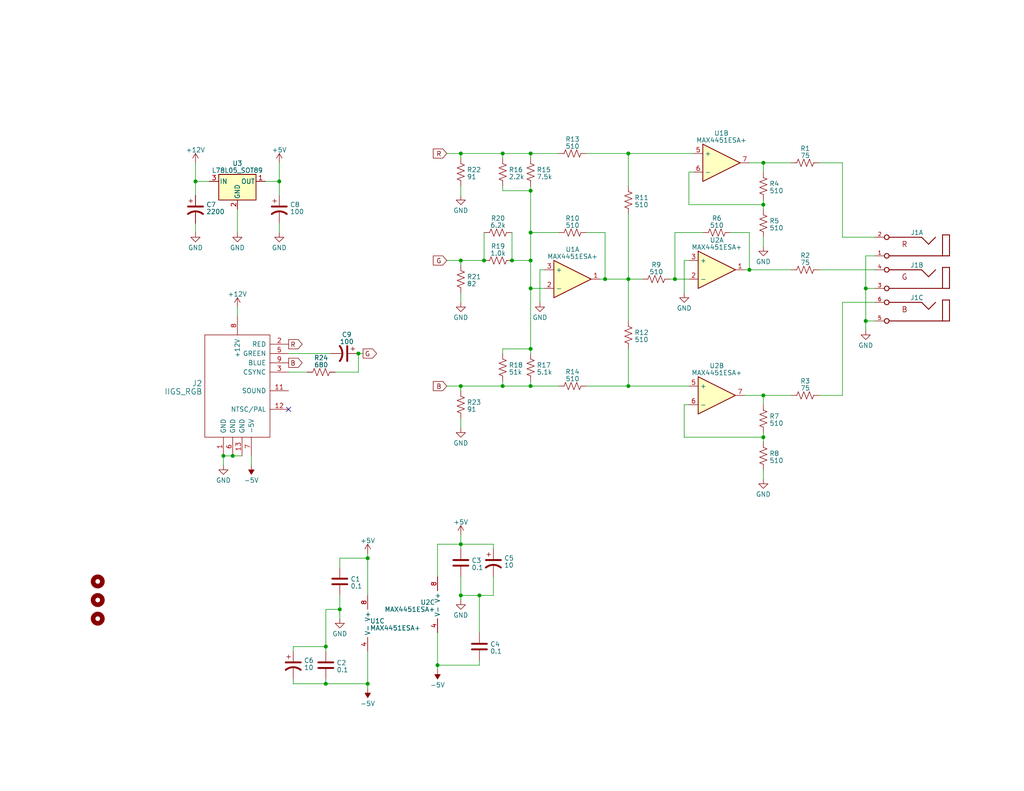
<source format=kicad_sch>
(kicad_sch (version 20230121) (generator eeschema)
  (paper "USLetter")
  (lib_symbols
    (symbol "Device:C" (pin_numbers hide) (pin_names (offset 0.254))
      (property "Reference" "C" (at 0.635 2.54 0))
      (property "Value" "C" (at 0.635 -2.54 0))
      (symbol "C_0_1"
        (polyline (pts (xy -2.032 -0.762) (xy 2.032 -0.762)) (stroke (width 0.508)))
        (polyline (pts (xy -2.032 0.762) (xy 2.032 0.762)) (stroke (width 0.508)))
      )
      (symbol "C_1_1"
        (pin passive line (at 0 3.81 270) (length 2.794) (name "~") (number "1"))
        (pin passive line (at 0 -3.81 90) (length 2.794) (name "~") (number "2"))
      )
    )
    (symbol "Device:C_Polarized_US" (pin_numbers hide) (pin_names (offset 0.254) hide)
      (property "Reference" "C" (at 0.635 2.54 0))
      (property "Value" "C_Polarized_US" (at 0.635 -2.54 0))
      (symbol "C_Polarized_US_0_1"
        (polyline (pts (xy -2.032 0.762) (xy 2.032 0.762)) (stroke (width 0.508)))
        (polyline (pts (xy -1.778 2.286) (xy -0.762 2.286)))
        (polyline (pts (xy -1.27 1.778) (xy -1.27 2.794)))
        (arc (start 2.032 -1.27) (mid 0 -0.5572) (end -2.032 -1.27) (stroke (width 0.508)))
      )
      (symbol "C_Polarized_US_1_1"
        (pin passive line (at 0 3.81 270) (length 2.794) (name "~") (number "1"))
        (pin passive line (at 0 -3.81 90) (length 3.302) (name "~") (number "2"))
      )
    )
    (symbol "Device:R_US" (pin_numbers hide) (pin_names (offset 0))
      (property "Reference" "R" (at 2.54 0 90))
      (property "Value" "R_US" (at -2.54 0 90))
      (symbol "R_US_0_1"
        (polyline (pts (xy 0 -2.286) (xy 0 -2.54)))
        (polyline (pts (xy 0 2.286) (xy 0 2.54)))
        (polyline (pts (xy 0 -0.762) (xy 1.016 -1.143) (xy 0 -1.524) (xy -1.016 -1.905) (xy 0 -2.286)))
        (polyline (pts (xy 0 0.762) (xy 1.016 0.381) (xy 0 0) (xy -1.016 -0.381) (xy 0 -0.762)))
        (polyline (pts (xy 0 2.286) (xy 1.016 1.905) (xy 0 1.524) (xy -1.016 1.143) (xy 0 0.762)))
      )
      (symbol "R_US_1_1"
        (pin passive line (at 0 3.81 270) (length 1.27) (name "~") (number "1"))
        (pin passive line (at 0 -3.81 90) (length 1.27) (name "~") (number "2"))
      )
    )
    (symbol "Mechanical:MountingHole" (pin_names (offset 1.016))
      (property "Reference" "H" (at 0 5.08 0))
      (property "Value" "MountingHole" (at 0 3.175 0))
      (symbol "MountingHole_0_1"
        (circle (center 0 0) (radius 1.27) (stroke (width 1.27)))
      )
    )
    (symbol "RCJ-32265_1" (pin_names (offset 1.016))
      (property "Reference" "J3" (at 0.0055 6.1829 0))
      (property "Value" "RCJ-32265" (at 0.0055 4.2619 0))
      (symbol "RCJ-32265_1_1_0"
        (polyline (pts (xy -8.889 -2.54) (xy 7.608 -2.54)) (stroke (width 0.25)))
        (polyline (pts (xy -8.889 3.175) (xy -8.889 -2.54)) (stroke (width 0.25)))
        (polyline (pts (xy -8.889 3.175) (xy -6.984 3.175)) (stroke (width 0.25)))
        (polyline (pts (xy -6.984 3.175) (xy -6.984 -2.54)) (stroke (width 0.25)))
        (polyline (pts (xy -5.079 2.54) (xy -3.174 0.635)) (stroke (width 0.25)))
        (polyline (pts (xy -3.174 0.635) (xy -1.269 2.54)) (stroke (width 0.25)))
        (polyline (pts (xy -1.269 2.54) (xy 7.608 2.54)) (stroke (width 0.25)))
        (circle (center 8.243 -2.54) (radius 0.635) (stroke (width 0.25)))
        (circle (center 8.243 2.54) (radius 0.635) (stroke (width 0.25)))
        (text "R" (at 2.54 1.479 0) (effects (font (size 1.48 1.48)) (justify left top)))
        (pin passive line (at 11.43 -2.54 180) (length 2.54) (name "~") (number "1"))
        (pin passive line (at 11.43 2.54 180) (length 2.54) (name "~") (number "2"))
      )
      (symbol "RCJ-32265_1_2_0"
        (polyline (pts (xy -8.89 -2.54) (xy 7.608 -2.54)) (stroke (width 0.25)))
        (polyline (pts (xy -8.89 3.175) (xy -8.89 -2.54)) (stroke (width 0.25)))
        (polyline (pts (xy -8.89 3.175) (xy -6.984 3.175)) (stroke (width 0.25)))
        (polyline (pts (xy -6.984 3.175) (xy -6.984 -2.54)) (stroke (width 0.25)))
        (polyline (pts (xy -5.08 2.54) (xy -3.175 0.635)) (stroke (width 0.25)))
        (polyline (pts (xy -3.175 0.635) (xy -1.27 2.54)) (stroke (width 0.25)))
        (polyline (pts (xy -1.27 2.54) (xy 7.608 2.54)) (stroke (width 0.25)))
        (circle (center 8.243 -2.54) (radius 0.635) (stroke (width 0.25)))
        (circle (center 8.243 2.54) (radius 0.635) (stroke (width 0.25)))
        (text "G" (at 2.54 1.479 0) (effects (font (size 1.48 1.48)) (justify left top)))
        (pin passive line (at 11.43 -2.54 180) (length 2.54) (name "~") (number "3"))
        (pin passive line (at 11.43 2.54 180) (length 2.54) (name "~") (number "4"))
      )
      (symbol "RCJ-32265_1_3_0"
        (polyline (pts (xy -8.89 -2.54) (xy 7.608 -2.54)) (stroke (width 0.25)))
        (polyline (pts (xy -8.89 3.175) (xy -8.89 -2.54)) (stroke (width 0.25)))
        (polyline (pts (xy -8.89 3.175) (xy -6.984 3.175)) (stroke (width 0.25)))
        (polyline (pts (xy -6.984 3.175) (xy -6.984 -2.54)) (stroke (width 0.25)))
        (polyline (pts (xy -5.08 2.54) (xy -3.175 0.635)) (stroke (width 0.25)))
        (polyline (pts (xy -3.175 0.635) (xy -1.27 2.54)) (stroke (width 0.25)))
        (polyline (pts (xy -1.27 2.54) (xy 7.608 2.54)) (stroke (width 0.25)))
        (circle (center 8.243 -2.54) (radius 0.635) (stroke (width 0.25)))
        (circle (center 8.243 2.54) (radius 0.635) (stroke (width 0.25)))
        (text "B" (at 2.54 1.479 0) (effects (font (size 1.48 1.48)) (justify left top)))
        (pin passive line (at 11.43 -2.54 180) (length 2.54) (name "~") (number "5"))
        (pin passive line (at 11.43 2.54 180) (length 2.54) (name "~") (number "6"))
      )
    )
    (symbol "RCJ-32265_2" (pin_names (offset 1.016))
      (property "Reference" "J3" (at 0.0055 6.1829 0))
      (property "Value" "RCJ-32265" (at 0.0055 4.2619 0))
      (symbol "RCJ-32265_2_1_0"
        (polyline (pts (xy -8.889 -2.54) (xy 7.608 -2.54)) (stroke (width 0.25)))
        (polyline (pts (xy -8.889 3.175) (xy -8.889 -2.54)) (stroke (width 0.25)))
        (polyline (pts (xy -8.889 3.175) (xy -6.984 3.175)) (stroke (width 0.25)))
        (polyline (pts (xy -6.984 3.175) (xy -6.984 -2.54)) (stroke (width 0.25)))
        (polyline (pts (xy -5.079 2.54) (xy -3.174 0.635)) (stroke (width 0.25)))
        (polyline (pts (xy -3.174 0.635) (xy -1.269 2.54)) (stroke (width 0.25)))
        (polyline (pts (xy -1.269 2.54) (xy 7.608 2.54)) (stroke (width 0.25)))
        (circle (center 8.243 -2.54) (radius 0.635) (stroke (width 0.25)))
        (circle (center 8.243 2.54) (radius 0.635) (stroke (width 0.25)))
        (text "R" (at 2.54 1.479 0) (effects (font (size 1.48 1.48)) (justify left top)))
        (pin passive line (at 11.43 -2.54 180) (length 2.54) (name "~") (number "1"))
        (pin passive line (at 11.43 2.54 180) (length 2.54) (name "~") (number "2"))
      )
      (symbol "RCJ-32265_2_2_0"
        (polyline (pts (xy -8.89 -2.54) (xy 7.608 -2.54)) (stroke (width 0.25)))
        (polyline (pts (xy -8.89 3.175) (xy -8.89 -2.54)) (stroke (width 0.25)))
        (polyline (pts (xy -8.89 3.175) (xy -6.984 3.175)) (stroke (width 0.25)))
        (polyline (pts (xy -6.984 3.175) (xy -6.984 -2.54)) (stroke (width 0.25)))
        (polyline (pts (xy -5.08 2.54) (xy -3.175 0.635)) (stroke (width 0.25)))
        (polyline (pts (xy -3.175 0.635) (xy -1.27 2.54)) (stroke (width 0.25)))
        (polyline (pts (xy -1.27 2.54) (xy 7.608 2.54)) (stroke (width 0.25)))
        (circle (center 8.243 -2.54) (radius 0.635) (stroke (width 0.25)))
        (circle (center 8.243 2.54) (radius 0.635) (stroke (width 0.25)))
        (text "G" (at 2.54 1.479 0) (effects (font (size 1.48 1.48)) (justify left top)))
        (pin passive line (at 11.43 -2.54 180) (length 2.54) (name "~") (number "3"))
        (pin passive line (at 11.43 2.54 180) (length 2.54) (name "~") (number "4"))
      )
      (symbol "RCJ-32265_2_3_0"
        (polyline (pts (xy -8.89 -2.54) (xy 7.608 -2.54)) (stroke (width 0.25)))
        (polyline (pts (xy -8.89 3.175) (xy -8.89 -2.54)) (stroke (width 0.25)))
        (polyline (pts (xy -8.89 3.175) (xy -6.984 3.175)) (stroke (width 0.25)))
        (polyline (pts (xy -6.984 3.175) (xy -6.984 -2.54)) (stroke (width 0.25)))
        (polyline (pts (xy -5.08 2.54) (xy -3.175 0.635)) (stroke (width 0.25)))
        (polyline (pts (xy -3.175 0.635) (xy -1.27 2.54)) (stroke (width 0.25)))
        (polyline (pts (xy -1.27 2.54) (xy 7.608 2.54)) (stroke (width 0.25)))
        (circle (center 8.243 -2.54) (radius 0.635) (stroke (width 0.25)))
        (circle (center 8.243 2.54) (radius 0.635) (stroke (width 0.25)))
        (text "B" (at 2.54 1.479 0) (effects (font (size 1.48 1.48)) (justify left top)))
        (pin passive line (at 11.43 -2.54 180) (length 2.54) (name "~") (number "5"))
        (pin passive line (at 11.43 2.54 180) (length 2.54) (name "~") (number "6"))
      )
    )
    (symbol "Regulator_Linear:L78L05_SOT89" (pin_names (offset 0.254))
      (property "Reference" "U" (at -3.81 3.175 0))
      (property "Value" "L78L05_SOT89" (at -0.635 3.175 0))
      (symbol "L78L05_SOT89_0_1"
        (rectangle (start -5.08 1.905) (end 5.08 -5.08) (stroke (width 0.254)) (fill (type background)))
      )
      (symbol "L78L05_SOT89_1_1"
        (pin power_out line (at 7.62 0 180) (length 2.54) (name "OUT") (number "1"))
        (pin power_in line (at 0 -7.62 90) (length 2.54) (name "GND") (number "2"))
        (pin power_in line (at -7.62 0 0) (length 2.54) (name "IN") (number "3"))
      )
    )
    (symbol "apple2:IIGS_RGB" (pin_names (offset 1.016))
      (property "Reference" "J" (at -7.62 15.24 0))
      (property "Value" "IIGS_RGB" (at 9.525 -15.875 0))
      (symbol "IIGS_RGB_0_1"
        (rectangle (start 8.89 13.97) (end -8.89 -13.97))
      )
      (symbol "IIGS_RGB_1_1"
        (pin passive line (at -3.81 -19.05 90) (length 5.08) (name "GND") (number "1"))
        (pin no_connect line (at 13.97 -3.81 180) (length 5.08) hide (name "NC") (number "10"))
        (pin passive line (at 13.97 -1.27 180) (length 5.08) (name "SOUND") (number "11"))
        (pin passive line (at 13.97 -6.35 180) (length 5.08) (name "NTSC/PAL") (number "12"))
        (pin passive line (at 1.27 -19.05 90) (length 5.08) (name "GND") (number "13"))
        (pin no_connect line (at 13.97 -8.89 180) (length 5.08) hide (name "NC") (number "14"))
        (pin no_connect line (at 13.97 -11.43 180) (length 5.08) hide (name "NC") (number "15"))
        (pin passive line (at 13.97 11.43 180) (length 5.08) (name "RED") (number "2"))
        (pin passive line (at 13.97 3.81 180) (length 5.08) (name "CSYNC") (number "3"))
        (pin no_connect line (at 13.97 1.27 180) (length 5.08) hide (name "NC") (number "4"))
        (pin passive line (at 13.97 8.89 180) (length 5.08) (name "GREEN") (number "5"))
        (pin passive line (at -1.27 -19.05 90) (length 5.08) (name "GND") (number "6"))
        (pin passive line (at 3.81 -19.05 90) (length 5.08) (name "-5V") (number "7"))
        (pin passive line (at 0 19.05 270) (length 5.08) (name "+12V") (number "8"))
        (pin passive line (at 13.97 6.35 180) (length 5.08) (name "BLUE") (number "9"))
      )
    )
    (symbol "cui-rcj-32xxx-snapeda:RCJ-32265" (pin_names (offset 1.016))
      (property "Reference" "J3" (at 0.0055 6.1829 0))
      (property "Value" "RCJ-32265" (at 0.0055 4.2619 0))
      (symbol "RCJ-32265_1_0"
        (polyline (pts (xy -8.889 -2.54) (xy 7.608 -2.54)) (stroke (width 0.25)))
        (polyline (pts (xy -8.889 3.175) (xy -8.889 -2.54)) (stroke (width 0.25)))
        (polyline (pts (xy -8.889 3.175) (xy -6.984 3.175)) (stroke (width 0.25)))
        (polyline (pts (xy -6.984 3.175) (xy -6.984 -2.54)) (stroke (width 0.25)))
        (polyline (pts (xy -5.079 2.54) (xy -3.174 0.635)) (stroke (width 0.25)))
        (polyline (pts (xy -3.174 0.635) (xy -1.269 2.54)) (stroke (width 0.25)))
        (polyline (pts (xy -1.269 2.54) (xy 7.608 2.54)) (stroke (width 0.25)))
        (circle (center 8.243 -2.54) (radius 0.635) (stroke (width 0.25)))
        (circle (center 8.243 2.54) (radius 0.635) (stroke (width 0.25)))
        (text "R" (at 2.54 1.479 0) (effects (font (size 1.48 1.48)) (justify left top)))
        (pin passive line (at 11.43 -2.54 180) (length 2.54) (name "~") (number "1"))
        (pin passive line (at 11.43 2.54 180) (length 2.54) (name "~") (number "2"))
      )
      (symbol "RCJ-32265_2_0"
        (polyline (pts (xy -8.89 -2.54) (xy 7.608 -2.54)) (stroke (width 0.25)))
        (polyline (pts (xy -8.89 3.175) (xy -8.89 -2.54)) (stroke (width 0.25)))
        (polyline (pts (xy -8.89 3.175) (xy -6.984 3.175)) (stroke (width 0.25)))
        (polyline (pts (xy -6.984 3.175) (xy -6.984 -2.54)) (stroke (width 0.25)))
        (polyline (pts (xy -5.08 2.54) (xy -3.175 0.635)) (stroke (width 0.25)))
        (polyline (pts (xy -3.175 0.635) (xy -1.27 2.54)) (stroke (width 0.25)))
        (polyline (pts (xy -1.27 2.54) (xy 7.608 2.54)) (stroke (width 0.25)))
        (circle (center 8.243 -2.54) (radius 0.635) (stroke (width 0.25)))
        (circle (center 8.243 2.54) (radius 0.635) (stroke (width 0.25)))
        (text "G" (at 2.54 1.479 0) (effects (font (size 1.48 1.48)) (justify left top)))
        (pin passive line (at 11.43 -2.54 180) (length 2.54) (name "~") (number "3"))
        (pin passive line (at 11.43 2.54 180) (length 2.54) (name "~") (number "4"))
      )
      (symbol "RCJ-32265_3_0"
        (polyline (pts (xy -8.89 -2.54) (xy 7.608 -2.54)) (stroke (width 0.25)))
        (polyline (pts (xy -8.89 3.175) (xy -8.89 -2.54)) (stroke (width 0.25)))
        (polyline (pts (xy -8.89 3.175) (xy -6.984 3.175)) (stroke (width 0.25)))
        (polyline (pts (xy -6.984 3.175) (xy -6.984 -2.54)) (stroke (width 0.25)))
        (polyline (pts (xy -5.08 2.54) (xy -3.175 0.635)) (stroke (width 0.25)))
        (polyline (pts (xy -3.175 0.635) (xy -1.27 2.54)) (stroke (width 0.25)))
        (polyline (pts (xy -1.27 2.54) (xy 7.608 2.54)) (stroke (width 0.25)))
        (circle (center 8.243 -2.54) (radius 0.635) (stroke (width 0.25)))
        (circle (center 8.243 2.54) (radius 0.635) (stroke (width 0.25)))
        (text "B" (at 2.54 1.479 0) (effects (font (size 1.48 1.48)) (justify left top)))
        (pin passive line (at 11.43 -2.54 180) (length 2.54) (name "~") (number "5"))
        (pin passive line (at 11.43 2.54 180) (length 2.54) (name "~") (number "6"))
      )
    )
    (symbol "opamp:MAX4451ESA+"
      (property "Reference" "U" (at 0 5.08 0))
      (property "Value" "MAX4451ESA+" (at 0 -5.08 0))
      (symbol "MAX4451ESA+_1_1"
        (polyline (pts (xy -5.08 5.08) (xy 5.08 0) (xy -5.08 -5.08) (xy -5.08 5.08)) (stroke (width 0.254)) (fill (type background)))
        (pin output line (at 7.62 0 180) (length 2.54) (name "~") (number "1"))
        (pin input line (at -7.62 -2.54 0) (length 2.54) (name "-") (number "2"))
        (pin input line (at -7.62 2.54 0) (length 2.54) (name "+") (number "3"))
      )
      (symbol "MAX4451ESA+_2_1"
        (polyline (pts (xy -5.08 5.08) (xy 5.08 0) (xy -5.08 -5.08) (xy -5.08 5.08)) (stroke (width 0.254)) (fill (type background)))
        (pin input line (at -7.62 2.54 0) (length 2.54) (name "+") (number "5"))
        (pin input line (at -7.62 -2.54 0) (length 2.54) (name "-") (number "6"))
        (pin output line (at 7.62 0 180) (length 2.54) (name "~") (number "7"))
      )
      (symbol "MAX4451ESA+_3_1"
        (pin power_in line (at -2.54 -7.62 90) (length 3.81) (name "V-") (number "4"))
        (pin power_in line (at -2.54 7.62 270) (length 3.81) (name "V+") (number "8"))
      )
    )
    (symbol "power:+12V" (power) (pin_names (offset 0))
      (property "Value" "+12V" (at 0 3.556 0))
      (symbol "+12V_0_1"
        (polyline (pts (xy -0.762 1.27) (xy 0 2.54)))
        (polyline (pts (xy 0 0) (xy 0 2.54)))
        (polyline (pts (xy 0 2.54) (xy 0.762 1.27)))
      )
      (symbol "+12V_1_1"
        (pin power_in line (at 0 0 90) (length 0) hide (name "+12V") (number "1"))
      )
    )
    (symbol "power:+5V" (power) (pin_names (offset 0))
      (property "Value" "+5V" (at 0 3.556 0))
      (symbol "+5V_0_1"
        (polyline (pts (xy -0.762 1.27) (xy 0 2.54)))
        (polyline (pts (xy 0 0) (xy 0 2.54)))
        (polyline (pts (xy 0 2.54) (xy 0.762 1.27)))
      )
      (symbol "+5V_1_1"
        (pin power_in line (at 0 0 90) (length 0) hide (name "+5V") (number "1"))
      )
    )
    (symbol "power:-5V" (power) (pin_names (offset 0))
      (property "Value" "-5V" (at 0 3.81 0))
      (symbol "-5V_0_0"
        (pin power_in line (at 0 0 90) (length 0) hide (name "-5V") (number "1"))
      )
      (symbol "-5V_0_1"
        (polyline (pts (xy 0 0) (xy 0 1.27) (xy 0.762 1.27) (xy 0 2.54) (xy -0.762 1.27) (xy 0 1.27)) (fill (type outline)))
      )
    )
    (symbol "power:GND" (power) (pin_names (offset 0))
      (property "Value" "GND" (at 0 -3.81 0))
      (symbol "GND_0_1"
        (polyline (pts (xy 0 0) (xy 0 -1.27) (xy 1.27 -1.27) (xy 0 -2.54) (xy -1.27 -1.27) (xy 0 -1.27)))
      )
      (symbol "GND_1_1"
        (pin power_in line (at 0 0 270) (length 0) hide (name "GND") (number "1"))
      )
    )
  )
  (junction (at 92.71 166.37))
  (junction (at 236.22 78.74))
  (junction (at 97.79 96.52))
  (junction (at 171.45 41.91))
  (junction (at 132.08 71.12))
  (junction (at 144.78 105.41))
  (junction (at 88.9 186.69))
  (junction (at 208.28 119.38))
  (junction (at 53.34 49.53))
  (junction (at 76.2 49.53))
  (junction (at 60.96 124.46))
  (junction (at 63.5 124.46))
  (junction (at 125.73 41.91))
  (junction (at 130.81 162.56))
  (junction (at 144.78 63.5))
  (junction (at 100.33 186.69))
  (junction (at 125.73 105.41))
  (junction (at 137.16 41.91))
  (junction (at 144.78 95.25))
  (junction (at 171.45 105.41))
  (junction (at 171.45 76.2))
  (junction (at 125.73 162.56))
  (junction (at 139.7 71.12))
  (junction (at 236.22 87.63))
  (junction (at 144.78 71.12))
  (junction (at 100.33 152.4))
  (junction (at 125.73 148.59))
  (junction (at 208.28 44.45))
  (junction (at 119.38 181.61))
  (junction (at 88.9 176.53))
  (junction (at 137.16 105.41))
  (junction (at 144.78 41.91))
  (junction (at 208.28 55.88))
  (junction (at 144.78 78.74))
  (junction (at 204.47 73.66))
  (junction (at 184.15 76.2))
  (junction (at 165.1 76.2))
  (junction (at 125.73 71.12))
  (junction (at 144.78 52.07))
  (junction (at 208.28 107.95))
  (no_connect (at 78.74 111.76))
  (wire (pts (xy 187.96 55.88) (xy 208.28 55.88)))
  (wire (pts (xy 229.87 82.55) (xy 238.76 82.55)))
  (wire (pts (xy 229.87 107.95) (xy 229.87 82.55)))
  (wire (pts (xy 147.32 73.66) (xy 148.59 73.66)))
  (wire (pts (xy 125.73 148.59) (xy 125.73 149.86)))
  (wire (pts (xy 171.45 76.2) (xy 171.45 87.63)))
  (wire (pts (xy 236.22 87.63) (xy 236.22 90.17)))
  (wire (pts (xy 88.9 176.53) (xy 88.9 166.37)))
  (wire (pts (xy 125.73 162.56) (xy 125.73 163.83)))
  (wire (pts (xy 137.16 105.41) (xy 144.78 105.41)))
  (wire (pts (xy 171.45 76.2) (xy 171.45 58.42)))
  (wire (pts (xy 160.02 41.91) (xy 171.45 41.91)))
  (wire (pts (xy 223.52 107.95) (xy 229.87 107.95)))
  (wire (pts (xy 171.45 76.2) (xy 175.26 76.2)))
  (wire (pts (xy 182.88 76.2) (xy 184.15 76.2)))
  (wire (pts (xy 76.2 49.53) (xy 76.2 53.34)))
  (wire (pts (xy 121.92 41.91) (xy 125.73 41.91)))
  (wire (pts (xy 144.78 78.74) (xy 144.78 95.25)))
  (wire (pts (xy 191.77 63.5) (xy 184.15 63.5)))
  (wire (pts (xy 186.69 110.49) (xy 187.96 110.49)))
  (wire (pts (xy 208.28 107.95) (xy 208.28 110.49)))
  (wire (pts (xy 60.96 124.46) (xy 63.5 124.46)))
  (wire (pts (xy 223.52 73.66) (xy 238.76 73.66)))
  (wire (pts (xy 238.76 87.63) (xy 236.22 87.63)))
  (wire (pts (xy 132.08 63.5) (xy 132.08 71.12)))
  (wire (pts (xy 184.15 63.5) (xy 184.15 76.2)))
  (wire (pts (xy 144.78 63.5) (xy 152.4 63.5)))
  (wire (pts (xy 171.45 41.91) (xy 189.23 41.91)))
  (wire (pts (xy 125.73 105.41) (xy 125.73 106.68)))
  (wire (pts (xy 92.71 162.56) (xy 92.71 166.37)))
  (wire (pts (xy 137.16 96.52) (xy 137.16 95.25)))
  (wire (pts (xy 208.28 119.38) (xy 208.28 120.65)))
  (wire (pts (xy 125.73 71.12) (xy 125.73 72.39)))
  (wire (pts (xy 147.32 82.55) (xy 147.32 73.66)))
  (wire (pts (xy 125.73 157.48) (xy 125.73 162.56)))
  (wire (pts (xy 137.16 41.91) (xy 144.78 41.91)))
  (wire (pts (xy 92.71 166.37) (xy 92.71 168.91)))
  (wire (pts (xy 144.78 52.07) (xy 137.16 52.07)))
  (wire (pts (xy 171.45 105.41) (xy 187.96 105.41)))
  (wire (pts (xy 119.38 148.59) (xy 125.73 148.59)))
  (wire (pts (xy 134.62 148.59) (xy 134.62 149.86)))
  (wire (pts (xy 189.23 46.99) (xy 187.96 46.99)))
  (wire (pts (xy 53.34 44.45) (xy 53.34 49.53)))
  (wire (pts (xy 204.47 73.66) (xy 215.9 73.66)))
  (wire (pts (xy 60.96 124.46) (xy 60.96 127)))
  (wire (pts (xy 130.81 162.56) (xy 130.81 172.72)))
  (wire (pts (xy 204.47 44.45) (xy 208.28 44.45)))
  (wire (pts (xy 208.28 128.27) (xy 208.28 130.81)))
  (wire (pts (xy 63.5 124.46) (xy 66.04 124.46)))
  (wire (pts (xy 68.58 124.46) (xy 68.58 127)))
  (wire (pts (xy 203.2 73.66) (xy 204.47 73.66)))
  (wire (pts (xy 203.2 107.95) (xy 208.28 107.95)))
  (wire (pts (xy 236.22 78.74) (xy 238.76 78.74)))
  (wire (pts (xy 64.77 57.15) (xy 64.77 63.5)))
  (wire (pts (xy 165.1 63.5) (xy 165.1 76.2)))
  (wire (pts (xy 208.28 55.88) (xy 208.28 57.15)))
  (wire (pts (xy 144.78 50.8) (xy 144.78 52.07)))
  (wire (pts (xy 186.69 80.01) (xy 186.69 71.12)))
  (wire (pts (xy 78.74 101.6) (xy 83.82 101.6)))
  (wire (pts (xy 53.34 60.96) (xy 53.34 63.5)))
  (wire (pts (xy 130.81 162.56) (xy 134.62 162.56)))
  (wire (pts (xy 119.38 157.48) (xy 119.38 148.59)))
  (wire (pts (xy 160.02 105.41) (xy 171.45 105.41)))
  (wire (pts (xy 208.28 118.11) (xy 208.28 119.38)))
  (wire (pts (xy 72.39 49.53) (xy 76.2 49.53)))
  (wire (pts (xy 130.81 180.34) (xy 130.81 181.61)))
  (wire (pts (xy 208.28 54.61) (xy 208.28 55.88)))
  (wire (pts (xy 144.78 41.91) (xy 144.78 43.18)))
  (wire (pts (xy 137.16 41.91) (xy 137.16 43.18)))
  (wire (pts (xy 137.16 95.25) (xy 144.78 95.25)))
  (wire (pts (xy 144.78 71.12) (xy 139.7 71.12)))
  (wire (pts (xy 88.9 176.53) (xy 88.9 177.8)))
  (wire (pts (xy 144.78 105.41) (xy 152.4 105.41)))
  (wire (pts (xy 208.28 119.38) (xy 186.69 119.38)))
  (wire (pts (xy 121.92 71.12) (xy 125.73 71.12)))
  (wire (pts (xy 100.33 152.4) (xy 92.71 152.4)))
  (wire (pts (xy 125.73 105.41) (xy 137.16 105.41)))
  (wire (pts (xy 100.33 177.8) (xy 100.33 186.69)))
  (wire (pts (xy 144.78 63.5) (xy 144.78 71.12)))
  (wire (pts (xy 223.52 44.45) (xy 229.87 44.45)))
  (wire (pts (xy 119.38 172.72) (xy 119.38 181.61)))
  (wire (pts (xy 186.69 71.12) (xy 187.96 71.12)))
  (wire (pts (xy 204.47 73.66) (xy 204.47 63.5)))
  (wire (pts (xy 92.71 152.4) (xy 92.71 154.94)))
  (wire (pts (xy 184.15 76.2) (xy 187.96 76.2)))
  (wire (pts (xy 80.01 176.53) (xy 88.9 176.53)))
  (wire (pts (xy 165.1 76.2) (xy 163.83 76.2)))
  (wire (pts (xy 78.74 96.52) (xy 90.17 96.52)))
  (wire (pts (xy 100.33 162.56) (xy 100.33 152.4)))
  (wire (pts (xy 144.78 52.07) (xy 144.78 63.5)))
  (wire (pts (xy 144.78 71.12) (xy 144.78 78.74)))
  (wire (pts (xy 144.78 105.41) (xy 144.78 104.14)))
  (wire (pts (xy 76.2 49.53) (xy 76.2 44.45)))
  (wire (pts (xy 130.81 162.56) (xy 125.73 162.56)))
  (wire (pts (xy 144.78 41.91) (xy 152.4 41.91)))
  (wire (pts (xy 208.28 107.95) (xy 215.9 107.95)))
  (wire (pts (xy 125.73 50.8) (xy 125.73 53.34)))
  (wire (pts (xy 236.22 69.85) (xy 236.22 78.74)))
  (wire (pts (xy 97.79 96.52) (xy 99.06 96.52)))
  (wire (pts (xy 171.45 105.41) (xy 171.45 95.25)))
  (wire (pts (xy 236.22 69.85) (xy 238.76 69.85)))
  (wire (pts (xy 88.9 185.42) (xy 88.9 186.69)))
  (wire (pts (xy 144.78 95.25) (xy 144.78 96.52)))
  (wire (pts (xy 125.73 146.05) (xy 125.73 148.59)))
  (wire (pts (xy 91.44 101.6) (xy 97.79 101.6)))
  (wire (pts (xy 165.1 76.2) (xy 171.45 76.2)))
  (wire (pts (xy 88.9 166.37) (xy 92.71 166.37)))
  (wire (pts (xy 229.87 44.45) (xy 229.87 64.77)))
  (wire (pts (xy 125.73 71.12) (xy 132.08 71.12)))
  (wire (pts (xy 100.33 151.13) (xy 100.33 152.4)))
  (wire (pts (xy 186.69 119.38) (xy 186.69 110.49)))
  (wire (pts (xy 204.47 63.5) (xy 199.39 63.5)))
  (wire (pts (xy 236.22 78.74) (xy 236.22 87.63)))
  (wire (pts (xy 100.33 186.69) (xy 100.33 187.96)))
  (wire (pts (xy 171.45 41.91) (xy 171.45 50.8)))
  (wire (pts (xy 208.28 44.45) (xy 215.9 44.45)))
  (wire (pts (xy 88.9 186.69) (xy 80.01 186.69)))
  (wire (pts (xy 121.92 105.41) (xy 125.73 105.41)))
  (wire (pts (xy 187.96 46.99) (xy 187.96 55.88)))
  (wire (pts (xy 208.28 64.77) (xy 208.28 67.31)))
  (wire (pts (xy 76.2 60.96) (xy 76.2 63.5)))
  (wire (pts (xy 134.62 162.56) (xy 134.62 157.48)))
  (wire (pts (xy 64.77 83.82) (xy 64.77 86.36)))
  (wire (pts (xy 119.38 181.61) (xy 119.38 182.88)))
  (wire (pts (xy 139.7 63.5) (xy 139.7 71.12)))
  (wire (pts (xy 208.28 44.45) (xy 208.28 46.99)))
  (wire (pts (xy 97.79 101.6) (xy 97.79 96.52)))
  (wire (pts (xy 137.16 105.41) (xy 137.16 104.14)))
  (wire (pts (xy 80.01 177.8) (xy 80.01 176.53)))
  (wire (pts (xy 53.34 49.53) (xy 57.15 49.53)))
  (wire (pts (xy 125.73 41.91) (xy 125.73 43.18)))
  (wire (pts (xy 229.87 64.77) (xy 238.76 64.77)))
  (wire (pts (xy 160.02 63.5) (xy 165.1 63.5)))
  (wire (pts (xy 100.33 186.69) (xy 88.9 186.69)))
  (wire (pts (xy 125.73 148.59) (xy 134.62 148.59)))
  (wire (pts (xy 137.16 52.07) (xy 137.16 50.8)))
  (wire (pts (xy 125.73 41.91) (xy 137.16 41.91)))
  (wire (pts (xy 144.78 78.74) (xy 148.59 78.74)))
  (wire (pts (xy 80.01 186.69) (xy 80.01 185.42)))
  (wire (pts (xy 125.73 114.3) (xy 125.73 116.84)))
  (wire (pts (xy 53.34 49.53) (xy 53.34 53.34)))
  (wire (pts (xy 119.38 181.61) (xy 130.81 181.61)))
  (wire (pts (xy 125.73 80.01) (xy 125.73 82.55)))
  (global_label "B" (shape output) (at 78.74 99.06 0) (property "Intersheetrefs" "${INTERSHEET_REFS}" (effects hide)))
  (global_label "G" (shape input) (at 121.92 71.12 180) (property "Intersheetrefs" "${INTERSHEET_REFS}" (effects hide)))
  (global_label "R" (shape output) (at 78.74 93.98 0) (property "Intersheetrefs" "${INTERSHEET_REFS}" (effects hide)))
  (global_label "B" (shape input) (at 121.92 105.41 180) (property "Intersheetrefs" "${INTERSHEET_REFS}" (effects hide)))
  (global_label "G" (shape output) (at 99.06 96.52 0) (property "Intersheetrefs" "${INTERSHEET_REFS}" (effects hide)))
  (global_label "R" (shape input) (at 121.92 41.91 180) (property "Intersheetrefs" "${INTERSHEET_REFS}" (effects hide)))
  (symbol (lib_id "power:-5V") (at 100.33 187.96 180) (unit 1)
    (property "Reference" "#PWR018" (effects hide))
    (property "Value" "-5V" (at 100.33 192.0955 0))
  )
  (symbol (lib_id "Device:R_US") (at 219.71 107.95 270) (unit 1)
    (property "Reference" "R3" (at 219.71 104.0511 90))
    (property "Value" "75" (at 219.71 105.9721 90))
    (property "Footprint" "Resistor_SMD:R_1206_3216Metric" (effects hide))
    (property "Datasheet" "https://www.seielect.com/Catalog/SEI-RMCF_RMCP.pdf" (effects hide))
    (property "DK_Mfr" "Stackpole Electronics Inc" (effects hide))
    (property "DK_Mfr_PN" "RMCF1206FT75R0" (effects hide))
    (property "DK_PN" "RMCF1206FT75R0CT-ND" (effects hide))
  )
  (symbol (lib_id "opamp:MAX4451ESA+") (at 156.21 76.2 0) (unit 1)
    (property "Reference" "U1" (at 156.21 68.1101 0))
    (property "Value" "MAX4451ESA+" (at 156.21 70.0311 0))
    (property "Footprint" "Package_SO:SOIC-8_3.9x4.9mm_P1.27mm" (effects hide))
    (property "Datasheet" "https://www.analog.com/media/en/technical-documentation/data-sheets/MAX4450-MAX4451.pdf" (effects hide))
    (property "DK_Mfr" "Analog Devices Inc./Maxim Integrated" (effects hide))
    (property "DK_Mfr_PN" "MAX4451ESA+" (effects hide))
    (property "DK_PN" "MAX4451ESA+-ND" (effects hide))
  )
  (symbol (lib_id "Device:R_US") (at 135.89 63.5 270) (unit 1)
    (property "Reference" "R20" (at 135.89 59.6011 90))
    (property "Value" "6.2k" (at 135.89 61.5221 90))
    (property "Footprint" "Resistor_SMD:R_1206_3216Metric" (effects hide))
    (property "Datasheet" "https://www.seielect.com/Catalog/SEI-RMCF_RMCP.pdf" (effects hide))
    (property "DK_Mfr" "Stackpole Electronics Inc" (effects hide))
    (property "DK_Mfr_PN" "RMCF1206FT6K20" (effects hide))
    (property "DK_PN" "RMCF1206FT6K20CT-ND" (effects hide))
  )
  (symbol (lib_id "Device:R_US") (at 144.78 46.99 180) (unit 1)
    (property "Reference" "R15" (at 146.431 46.3463 0) (effects (justify right)))
    (property "Value" "7.5k" (at 146.431 48.2673 0) (effects (justify right)))
    (property "Footprint" "Resistor_SMD:R_1206_3216Metric" (effects hide))
    (property "Datasheet" "https://www.seielect.com/Catalog/SEI-RMCF_RMCP.pdf" (effects hide))
    (property "DK_Mfr" "Stackpole Electronics Inc" (effects hide))
    (property "DK_Mfr_PN" "RMCF1206FT7K50" (effects hide))
    (property "DK_PN" "RMCF1206FT7K50CT-ND" (effects hide))
  )
  (symbol (lib_id "Device:C") (at 88.9 181.61 0) (unit 1)
    (property "Reference" "C2" (at 91.821 180.9663 0) (effects (justify left)))
    (property "Value" "0.1" (at 91.821 182.8873 0) (effects (justify left)))
    (property "Footprint" "Capacitor_SMD:C_1206_3216Metric" (effects hide))
    (property "Datasheet" "https://content.kemet.com/datasheets/KEM_C1002_X7R_SMD.pdf" (effects hide))
    (property "DK_Mfr" "KEMET" (effects hide))
    (property "DK_Mfr_PN" "C1206C104K5RAC7800" (effects hide))
    (property "DK_PN" "399-1249-6-ND" (effects hide))
  )
  (symbol (lib_id "Device:C_Polarized_US") (at 53.34 57.15 0) (unit 1)
    (property "Reference" "C7" (at 56.261 55.8713 0) (effects (justify left)))
    (property "Value" "2200" (at 56.261 57.7923 0) (effects (justify left)))
    (property "Footprint" "Capacitor_SMD:CP_Elec_16x17.5" (effects hide))
    (property "Datasheet" "https://industrial.panasonic.com/cdbs/www-data/pdf/RDE0000/ABA0000C1178.pdf" (effects hide))
    (property "DK_Mfr" "Panasonic Electronic Components" (effects hide))
    (property "DK_Mfr_PN" "EEE-FK1E222AM" (effects hide))
    (property "DK_PN" "PCE4846CT-ND" (effects hide))
  )
  (symbol (lib_id "Device:R_US") (at 87.63 101.6 90) (unit 1)
    (property "Reference" "R24" (at 87.63 97.7011 90))
    (property "Value" "680" (at 87.63 99.6221 90))
    (property "Footprint" "Resistor_SMD:R_1206_3216Metric" (effects hide))
    (property "Datasheet" "https://www.seielect.com/Catalog/SEI-RMCF_RMCP.pdf" (effects hide))
    (property "DK_Mfr" "Stackpole Electronics Inc" (effects hide))
    (property "DK_Mfr_PN" "RMCF1206FT680R" (effects hide))
    (property "DK_PN" "RMCF1206FT680RCT-ND" (effects hide))
  )
  (symbol (lib_id "Device:C_Polarized_US") (at 93.98 96.52 270) (unit 1)
    (property "Reference" "C9" (at 94.615 91.3511 90))
    (property "Value" "100" (at 94.615 93.2721 90))
    (property "Footprint" "Capacitor_SMD:CP_Elec_6.3x5.7" (effects hide))
    (property "Datasheet" "https://connect.kemet.com:7667/gateway/IntelliData-ComponentDocumentation/1.0/download/datasheet/EDK107M016A9GAA" (effects hide))
    (property "DK_Mfr" "KEMET" (effects hide))
    (property "DK_Mfr_PN" "EDK107M016A9GAA" (effects hide))
    (property "DK_PN" "399-6669-1-ND" (effects hide))
  )
  (symbol (lib_id "power:GND") (at 208.28 67.31 0) (unit 1)
    (property "Reference" "#PWR015" (effects hide))
    (property "Value" "GND" (at 208.28 71.4455 0))
  )
  (symbol (lib_id "power:+5V") (at 125.73 146.05 0) (unit 1)
    (property "Reference" "#PWR019" (effects hide))
    (property "Value" "+5V" (at 125.73 142.5481 0))
  )
  (symbol (lib_id "Device:R_US") (at 171.45 54.61 0) (unit 1)
    (property "Reference" "R11" (at 173.101 53.9663 0) (effects (justify left)))
    (property "Value" "510" (at 173.101 55.8873 0) (effects (justify left)))
    (property "Footprint" "Resistor_SMD:R_1206_3216Metric" (effects hide))
    (property "Datasheet" "https://www.seielect.com/Catalog/SEI-RMCF_RMCP.pdf" (effects hide))
    (property "DK_Mfr" "Stackpole Electronics Inc" (effects hide))
    (property "DK_Mfr_PN" "RMCF1206FT510R" (effects hide))
    (property "DK_PN" "RMCF1206FT510RCT-ND" (effects hide))
  )
  (symbol (lib_id "Mechanical:MountingHole") (at 26.67 158.75 0) (unit 1)
    (property "Reference" "H1" (effects hide))
    (property "Value" "MountingHole" (effects hide))
    (property "Footprint" "MountingHole:MountingHole_2.7mm_M2.5" (effects hide))
  )
  (symbol (lib_id "Device:R_US") (at 156.21 105.41 270) (unit 1)
    (property "Reference" "R14" (at 156.21 101.5111 90))
    (property "Value" "510" (at 156.21 103.4321 90))
    (property "Footprint" "Resistor_SMD:R_1206_3216Metric" (effects hide))
    (property "Datasheet" "https://www.seielect.com/Catalog/SEI-RMCF_RMCP.pdf" (effects hide))
    (property "DK_Mfr" "Stackpole Electronics Inc" (effects hide))
    (property "DK_Mfr_PN" "RMCF1206FT510R" (effects hide))
    (property "DK_PN" "RMCF1206FT510RCT-ND" (effects hide))
  )
  (symbol (lib_name "RCJ-32265_1") (lib_id "cui-rcj-32xxx-snapeda:RCJ-32265") (at 250.19 67.31 0) (mirror y) (unit 1)
    (property "Reference" "J1" (at 250.19 63.5 0))
    (property "Value" "RCJ-32265" (effects hide))
    (property "Footprint" "conns:cui-rcj-32xxx-snapeda" (effects hide))
    (property "Datasheet" "https://www.cuidevices.com/product/resource/rcj-32xxx.pdf" (effects hide))
    (property "MANUFACTURER" "CUI" (effects hide))
    (property "DATASHEET" "http://datasheets.diptrace.com/con_rca_jack/rcj-32xxx.pdf" (effects hide))
    (property "DK_Mfr" "CUI Devices" (effects hide))
    (property "DK_Mfr_PN" "RCJ-32265" (effects hide))
    (property "DK_PN" "CP-1446-ND" (effects hide))
  )
  (symbol (lib_id "Device:C") (at 125.73 153.67 0) (unit 1)
    (property "Reference" "C3" (at 128.651 153.0263 0) (effects (justify left)))
    (property "Value" "0.1" (at 128.651 154.9473 0) (effects (justify left)))
    (property "Footprint" "Capacitor_SMD:C_1206_3216Metric" (effects hide))
    (property "Datasheet" "https://content.kemet.com/datasheets/KEM_C1002_X7R_SMD.pdf" (effects hide))
    (property "DK_Mfr" "KEMET" (effects hide))
    (property "DK_Mfr_PN" "C1206C104K5RAC7800" (effects hide))
    (property "DK_PN" "399-1249-6-ND" (effects hide))
  )
  (symbol (lib_id "power:GND") (at 64.77 63.5 0) (unit 1)
    (property "Reference" "#PWR08" (effects hide))
    (property "Value" "GND" (at 64.77 67.6355 0))
  )
  (symbol (lib_id "Device:R_US") (at 125.73 76.2 180) (unit 1)
    (property "Reference" "R21" (at 127.381 75.5563 0) (effects (justify right)))
    (property "Value" "82" (at 127.381 77.4773 0) (effects (justify right)))
    (property "Footprint" "Resistor_SMD:R_1206_3216Metric" (effects hide))
    (property "Datasheet" "https://www.seielect.com/Catalog/SEI-RMCF_RMCP.pdf" (effects hide))
    (property "DK_Mfr" "Stackpole Electronics Inc" (effects hide))
    (property "DK_Mfr_PN" "RMCF1206FT82R0" (effects hide))
    (property "DK_PN" "RMCF1206FT82R0CT-ND" (effects hide))
  )
  (symbol (lib_id "power:GND") (at 236.22 90.17 0) (unit 1)
    (property "Reference" "#PWR022" (effects hide))
    (property "Value" "GND" (at 236.22 94.3055 0))
  )
  (symbol (lib_id "Device:R_US") (at 125.73 46.99 180) (unit 1)
    (property "Reference" "R22" (at 127.381 46.3463 0) (effects (justify right)))
    (property "Value" "91" (at 127.381 48.2673 0) (effects (justify right)))
    (property "Footprint" "Resistor_SMD:R_1206_3216Metric" (effects hide))
    (property "Datasheet" "https://www.seielect.com/Catalog/SEI-RMCF_RMCP.pdf" (effects hide))
    (property "DK_Mfr" "Stackpole Electronics Inc" (effects hide))
    (property "DK_Mfr_PN" "RMCF1206FT91R0" (effects hide))
    (property "DK_PN" "RMCF1206FT91R0CT-ND" (effects hide))
  )
  (symbol (lib_id "Device:R_US") (at 208.28 114.3 0) (unit 1)
    (property "Reference" "R7" (at 209.931 113.6563 0) (effects (justify left)))
    (property "Value" "510" (at 209.931 115.5773 0) (effects (justify left)))
    (property "Footprint" "Resistor_SMD:R_1206_3216Metric" (effects hide))
    (property "Datasheet" "https://www.seielect.com/Catalog/SEI-RMCF_RMCP.pdf" (effects hide))
    (property "DK_Mfr" "Stackpole Electronics Inc" (effects hide))
    (property "DK_Mfr_PN" "RMCF1206FT510R" (effects hide))
    (property "DK_PN" "RMCF1206FT510RCT-ND" (effects hide))
  )
  (symbol (lib_id "power:GND") (at 208.28 130.81 0) (unit 1)
    (property "Reference" "#PWR014" (effects hide))
    (property "Value" "GND" (at 208.28 134.9455 0))
  )
  (symbol (lib_id "power:+12V") (at 53.34 44.45 0) (unit 1)
    (property "Reference" "#PWR04" (effects hide))
    (property "Value" "+12V" (at 53.34 40.9481 0))
  )
  (symbol (lib_id "Mechanical:MountingHole") (at 26.67 163.83 0) (unit 1)
    (property "Reference" "H2" (effects hide))
    (property "Value" "MountingHole" (effects hide))
    (property "Footprint" "MountingHole:MountingHole_2.7mm_M2.5" (effects hide))
  )
  (symbol (lib_id "Regulator_Linear:L78L05_SOT89") (at 64.77 49.53 0) (unit 1)
    (property "Reference" "U3" (at 64.77 44.6151 0))
    (property "Value" "L78L05_SOT89" (at 64.77 46.5361 0))
    (property "Footprint" "Package_TO_SOT_SMD:SOT-89-3" (effects hide))
    (property "Datasheet" "https://www.ti.com/general/docs/suppproductinfo.tsp?distId=10&gotoUrl=https%3A%2F%2Fwww.ti.com%2Flit%2Fgpn%2Fua78l" (effects hide))
    (property "DK_Mfr" "Texas Instruments" (effects hide))
    (property "DK_Mfr_PN" "UA78L05ACPK" (effects hide))
    (property "DK_PN" "296-11118-1-ND" (effects hide))
  )
  (symbol (lib_name "RCJ-32265_2") (lib_id "cui-rcj-32xxx-snapeda:RCJ-32265") (at 250.19 76.2 0) (mirror y) (unit 2)
    (property "Reference" "J1" (at 250.19 72.39 0))
    (property "Value" "RCJ-32265" (effects hide))
    (property "Footprint" "conns:cui-rcj-32xxx-snapeda" (effects hide))
    (property "Datasheet" "https://www.cuidevices.com/product/resource/rcj-32xxx.pdf" (effects hide))
    (property "MANUFACTURER" "CUI" (effects hide))
    (property "DATASHEET" "http://datasheets.diptrace.com/con_rca_jack/rcj-32xxx.pdf" (effects hide))
    (property "DK_Mfr" "CUI Devices" (effects hide))
    (property "DK_Mfr_PN" "RCJ-32265" (effects hide))
    (property "DK_PN" "CP-1446-ND" (effects hide))
  )
  (symbol (lib_id "Device:R_US") (at 144.78 100.33 180) (unit 1)
    (property "Reference" "R17" (at 146.431 99.6863 0) (effects (justify right)))
    (property "Value" "5.1k" (at 146.431 101.6073 0) (effects (justify right)))
    (property "Footprint" "Resistor_SMD:R_1206_3216Metric" (effects hide))
    (property "Datasheet" "https://www.seielect.com/Catalog/SEI-RMCF_RMCP.pdf" (effects hide))
    (property "DK_Mfr" "Stackpole Electronics Inc" (effects hide))
    (property "DK_Mfr_PN" "RMCF1206FT5K10" (effects hide))
    (property "DK_PN" "RMCF1206FT5K10CT-ND" (effects hide))
  )
  (symbol (lib_id "power:-5V") (at 119.38 182.88 180) (unit 1)
    (property "Reference" "#PWR021" (effects hide))
    (property "Value" "-5V" (at 119.38 187.0155 0))
  )
  (symbol (lib_id "Device:R_US") (at 219.71 44.45 270) (unit 1)
    (property "Reference" "R1" (at 219.71 40.5511 90))
    (property "Value" "75" (at 219.71 42.4721 90))
    (property "Footprint" "Resistor_SMD:R_1206_3216Metric" (effects hide))
    (property "Datasheet" "https://www.seielect.com/Catalog/SEI-RMCF_RMCP.pdf" (effects hide))
    (property "DK_Mfr" "Stackpole Electronics Inc" (effects hide))
    (property "DK_Mfr_PN" "RMCF1206FT75R0" (effects hide))
    (property "DK_PN" "RMCF1206FT75R0CT-ND" (effects hide))
  )
  (symbol (lib_id "Device:C_Polarized_US") (at 134.62 153.67 0) (unit 1)
    (property "Reference" "C5" (at 137.541 152.3913 0) (effects (justify left)))
    (property "Value" "10" (at 137.541 154.3123 0) (effects (justify left)))
    (property "Footprint" "Capacitor_SMD:CP_Elec_4x5.4" (effects hide))
    (property "Datasheet" "https://products.nichicon.co.jp/en/pdf/XJA043/e-uwx.pdf" (effects hide))
    (property "DK_Mfr" "Nichicon" (effects hide))
    (property "DK_Mfr_PN" "UWX1C100MCL1GB" (effects hide))
    (property "DK_PN" "493-2100-6-ND" (effects hide))
  )
  (symbol (lib_id "apple2:IIGS_RGB") (at 64.77 105.41 0) (unit 1)
    (property "Reference" "J2" (at 55.2451 104.663 0) (effects (font (size 1.524 1.524)) (justify right)))
    (property "Value" "IIGS_RGB" (at 55.2451 106.9172 0) (effects (font (size 1.524 1.524)) (justify right)))
    (property "Footprint" "Connector_Dsub:DSUB-15_Male_Horizontal_P2.77x2.84mm_EdgePinOffset7.70mm_Housed_MountingHolesOffset9.12mm" (effects hide))
    (property "Datasheet" "https://media.digikey.com/pdf/Data%20Sheets/FCI%20PDFs/10090097_Dwg_Rev_D.pdf" (effects hide))
    (property "DK_Mfr" "Amphenol ICC (FCI)" (effects hide))
    (property "DK_Mfr_PN" "10090097-P154VLF" (effects hide))
    (property "DK_PN" "609-4005-ND" (effects hide))
  )
  (symbol (lib_id "opamp:MAX4451ESA+") (at 195.58 107.95 0) (unit 2)
    (property "Reference" "U2" (at 195.58 99.8601 0))
    (property "Value" "MAX4451ESA+" (at 195.58 101.7811 0))
    (property "Footprint" "Package_SO:SOIC-8_3.9x4.9mm_P1.27mm" (effects hide))
    (property "Datasheet" "https://www.analog.com/media/en/technical-documentation/data-sheets/MAX4450-MAX4451.pdf" (effects hide))
    (property "DK_Mfr" "Analog Devices Inc./Maxim Integrated" (effects hide))
    (property "DK_Mfr_PN" "MAX4451ESA+" (effects hide))
    (property "DK_PN" "MAX4451ESA+-ND" (effects hide))
  )
  (symbol (lib_id "Device:R_US") (at 156.21 41.91 270) (unit 1)
    (property "Reference" "R13" (at 156.21 38.0111 90))
    (property "Value" "510" (at 156.21 39.9321 90))
    (property "Footprint" "Resistor_SMD:R_1206_3216Metric" (effects hide))
    (property "Datasheet" "https://www.seielect.com/Catalog/SEI-RMCF_RMCP.pdf" (effects hide))
    (property "DK_Mfr" "Stackpole Electronics Inc" (effects hide))
    (property "DK_Mfr_PN" "RMCF1206FT510R" (effects hide))
    (property "DK_PN" "RMCF1206FT510RCT-ND" (effects hide))
  )
  (symbol (lib_id "power:GND") (at 147.32 82.55 0) (unit 1)
    (property "Reference" "#PWR012" (effects hide))
    (property "Value" "GND" (at 147.32 86.6855 0))
  )
  (symbol (lib_id "power:+5V") (at 76.2 44.45 0) (unit 1)
    (property "Reference" "#PWR05" (effects hide))
    (property "Value" "+5V" (at 76.2 40.9481 0))
  )
  (symbol (lib_id "Device:R_US") (at 208.28 60.96 0) (unit 1)
    (property "Reference" "R5" (at 209.931 60.3163 0) (effects (justify left)))
    (property "Value" "510" (at 209.931 62.2373 0) (effects (justify left)))
    (property "Footprint" "Resistor_SMD:R_1206_3216Metric" (effects hide))
    (property "Datasheet" "https://www.seielect.com/Catalog/SEI-RMCF_RMCP.pdf" (effects hide))
    (property "DK_Mfr" "Stackpole Electronics Inc" (effects hide))
    (property "DK_Mfr_PN" "RMCF1206FT510R" (effects hide))
    (property "DK_PN" "RMCF1206FT510RCT-ND" (effects hide))
  )
  (symbol (lib_id "power:GND") (at 125.73 82.55 0) (unit 1)
    (property "Reference" "#PWR010" (effects hide))
    (property "Value" "GND" (at 125.73 86.6855 0))
  )
  (symbol (lib_id "power:GND") (at 125.73 163.83 0) (unit 1)
    (property "Reference" "#PWR020" (effects hide))
    (property "Value" "GND" (at 125.73 167.9655 0))
  )
  (symbol (lib_id "power:GND") (at 92.71 168.91 0) (unit 1)
    (property "Reference" "#PWR016" (effects hide))
    (property "Value" "GND" (at 92.71 173.0455 0))
  )
  (symbol (lib_id "power:GND") (at 76.2 63.5 0) (unit 1)
    (property "Reference" "#PWR07" (effects hide))
    (property "Value" "GND" (at 76.2 67.6355 0))
  )
  (symbol (lib_id "Device:R_US") (at 125.73 110.49 180) (unit 1)
    (property "Reference" "R23" (at 127.381 109.8463 0) (effects (justify right)))
    (property "Value" "91" (at 127.381 111.7673 0) (effects (justify right)))
    (property "Footprint" "Resistor_SMD:R_1206_3216Metric" (effects hide))
    (property "Datasheet" "https://www.seielect.com/Catalog/SEI-RMCF_RMCP.pdf" (effects hide))
    (property "DK_Mfr" "Stackpole Electronics Inc" (effects hide))
    (property "DK_Mfr_PN" "RMCF1206FT91R0" (effects hide))
    (property "DK_PN" "RMCF1206FT91R0CT-ND" (effects hide))
  )
  (symbol (lib_id "opamp:MAX4451ESA+") (at 102.87 170.18 0) (unit 3)
    (property "Reference" "U1" (at 100.965 169.5363 0) (effects (justify left)))
    (property "Value" "MAX4451ESA+" (at 100.965 171.4573 0) (effects (justify left)))
    (property "Footprint" "Package_SO:SOIC-8_3.9x4.9mm_P1.27mm" (effects hide))
    (property "Datasheet" "https://www.analog.com/media/en/technical-documentation/data-sheets/MAX4450-MAX4451.pdf" (effects hide))
    (property "DK_Mfr" "Analog Devices Inc./Maxim Integrated" (effects hide))
    (property "DK_Mfr_PN" "MAX4451ESA+" (effects hide))
    (property "DK_PN" "MAX4451ESA+-ND" (effects hide))
  )
  (symbol (lib_id "opamp:MAX4451ESA+") (at 116.84 165.1 0) (mirror y) (unit 3)
    (property "Reference" "U2" (at 118.745 164.4563 0) (effects (justify left)))
    (property "Value" "MAX4451ESA+" (at 118.745 166.3773 0) (effects (justify left)))
    (property "Footprint" "Package_SO:SOIC-8_3.9x4.9mm_P1.27mm" (effects hide))
    (property "Datasheet" "https://www.analog.com/media/en/technical-documentation/data-sheets/MAX4450-MAX4451.pdf" (effects hide))
    (property "DK_Mfr" "Analog Devices Inc./Maxim Integrated" (effects hide))
    (property "DK_Mfr_PN" "MAX4451ESA+" (effects hide))
    (property "DK_PN" "MAX4451ESA+-ND" (effects hide))
  )
  (symbol (lib_id "Device:R_US") (at 171.45 91.44 0) (unit 1)
    (property "Reference" "R12" (at 173.101 90.7963 0) (effects (justify left)))
    (property "Value" "510" (at 173.101 92.7173 0) (effects (justify left)))
    (property "Footprint" "Resistor_SMD:R_1206_3216Metric" (effects hide))
    (property "Datasheet" "https://www.seielect.com/Catalog/SEI-RMCF_RMCP.pdf" (effects hide))
    (property "DK_Mfr" "Stackpole Electronics Inc" (effects hide))
    (property "DK_Mfr_PN" "RMCF1206FT510R" (effects hide))
    (property "DK_PN" "RMCF1206FT510RCT-ND" (effects hide))
  )
  (symbol (lib_id "Device:R_US") (at 195.58 63.5 270) (unit 1)
    (property "Reference" "R6" (at 195.58 59.6011 90))
    (property "Value" "510" (at 195.58 61.5221 90))
    (property "Footprint" "Resistor_SMD:R_1206_3216Metric" (effects hide))
    (property "Datasheet" "https://www.seielect.com/Catalog/SEI-RMCF_RMCP.pdf" (effects hide))
    (property "DK_Mfr" "Stackpole Electronics Inc" (effects hide))
    (property "DK_Mfr_PN" "RMCF1206FT510R" (effects hide))
    (property "DK_PN" "RMCF1206FT510RCT-ND" (effects hide))
  )
  (symbol (lib_id "Device:R_US") (at 179.07 76.2 270) (unit 1)
    (property "Reference" "R9" (at 179.07 72.3011 90))
    (property "Value" "510" (at 179.07 74.2221 90))
    (property "Footprint" "Resistor_SMD:R_1206_3216Metric" (effects hide))
    (property "Datasheet" "https://www.seielect.com/Catalog/SEI-RMCF_RMCP.pdf" (effects hide))
    (property "DK_Mfr" "Stackpole Electronics Inc" (effects hide))
    (property "DK_Mfr_PN" "RMCF1206FT510R" (effects hide))
    (property "DK_PN" "RMCF1206FT510RCT-ND" (effects hide))
  )
  (symbol (lib_id "Device:R_US") (at 156.21 63.5 270) (unit 1)
    (property "Reference" "R10" (at 156.21 59.6011 90))
    (property "Value" "510" (at 156.21 61.5221 90))
    (property "Footprint" "Resistor_SMD:R_1206_3216Metric" (effects hide))
    (property "Datasheet" "https://www.seielect.com/Catalog/SEI-RMCF_RMCP.pdf" (effects hide))
    (property "DK_Mfr" "Stackpole Electronics Inc" (effects hide))
    (property "DK_Mfr_PN" "RMCF1206FT510R" (effects hide))
    (property "DK_PN" "RMCF1206FT510RCT-ND" (effects hide))
  )
  (symbol (lib_id "power:-5V") (at 68.58 127 180) (unit 1)
    (property "Reference" "#PWR02" (effects hide))
    (property "Value" "-5V" (at 68.58 131.1355 0))
  )
  (symbol (lib_id "Device:C_Polarized_US") (at 76.2 57.15 0) (unit 1)
    (property "Reference" "C8" (at 79.121 55.8713 0) (effects (justify left)))
    (property "Value" "100" (at 79.121 57.7923 0) (effects (justify left)))
    (property "Footprint" "Capacitor_SMD:CP_Elec_6.3x5.7" (effects hide))
    (property "Datasheet" "https://connect.kemet.com:7667/gateway/IntelliData-ComponentDocumentation/1.0/download/datasheet/EDK107M016A9GAA" (effects hide))
    (property "DK_Mfr" "KEMET" (effects hide))
    (property "DK_Mfr_PN" "EDK107M016A9GAA" (effects hide))
    (property "DK_PN" "399-6669-1-ND" (effects hide))
  )
  (symbol (lib_id "power:GND") (at 60.96 127 0) (unit 1)
    (property "Reference" "#PWR03" (effects hide))
    (property "Value" "GND" (at 60.96 131.1355 0))
  )
  (symbol (lib_id "cui-rcj-32xxx-snapeda:RCJ-32265") (at 250.19 85.09 0) (mirror y) (unit 3)
    (property "Reference" "J1" (at 250.19 81.28 0))
    (property "Value" "RCJ-32265" (effects hide))
    (property "Footprint" "conns:cui-rcj-32xxx-snapeda" (effects hide))
    (property "Datasheet" "https://www.cuidevices.com/product/resource/rcj-32xxx.pdf" (effects hide))
    (property "MANUFACTURER" "CUI" (effects hide))
    (property "DATASHEET" "http://datasheets.diptrace.com/con_rca_jack/rcj-32xxx.pdf" (effects hide))
    (property "DK_Mfr" "CUI Devices" (effects hide))
    (property "DK_Mfr_PN" "RCJ-32265" (effects hide))
    (property "DK_PN" "CP-1446-ND" (effects hide))
  )
  (symbol (lib_id "Device:R_US") (at 208.28 50.8 0) (unit 1)
    (property "Reference" "R4" (at 209.931 50.1563 0) (effects (justify left)))
    (property "Value" "510" (at 209.931 52.0773 0) (effects (justify left)))
    (property "Footprint" "Resistor_SMD:R_1206_3216Metric" (effects hide))
    (property "Datasheet" "https://www.seielect.com/Catalog/SEI-RMCF_RMCP.pdf" (effects hide))
    (property "DK_Mfr" "Stackpole Electronics Inc" (effects hide))
    (property "DK_Mfr_PN" "RMCF1206FT510R" (effects hide))
    (property "DK_PN" "RMCF1206FT510RCT-ND" (effects hide))
  )
  (symbol (lib_id "Device:R_US") (at 208.28 124.46 0) (unit 1)
    (property "Reference" "R8" (at 209.931 123.8163 0) (effects (justify left)))
    (property "Value" "510" (at 209.931 125.7373 0) (effects (justify left)))
    (property "Footprint" "Resistor_SMD:R_1206_3216Metric" (effects hide))
    (property "Datasheet" "https://www.seielect.com/Catalog/SEI-RMCF_RMCP.pdf" (effects hide))
    (property "DK_Mfr" "Stackpole Electronics Inc" (effects hide))
    (property "DK_Mfr_PN" "RMCF1206FT510R" (effects hide))
    (property "DK_PN" "RMCF1206FT510RCT-ND" (effects hide))
  )
  (symbol (lib_id "Mechanical:MountingHole") (at 26.67 168.91 0) (unit 1)
    (property "Reference" "H3" (effects hide))
    (property "Value" "MountingHole" (effects hide))
    (property "Footprint" "MountingHole:MountingHole_2.7mm_M2.5" (effects hide))
  )
  (symbol (lib_id "Device:C") (at 92.71 158.75 0) (unit 1)
    (property "Reference" "C1" (at 95.631 158.1063 0) (effects (justify left)))
    (property "Value" "0.1" (at 95.631 160.0273 0) (effects (justify left)))
    (property "Footprint" "Capacitor_SMD:C_1206_3216Metric" (effects hide))
    (property "Datasheet" "https://content.kemet.com/datasheets/KEM_C1002_X7R_SMD.pdf" (effects hide))
    (property "DK_Mfr" "KEMET" (effects hide))
    (property "DK_Mfr_PN" "C1206C104K5RAC7800" (effects hide))
    (property "DK_PN" "399-1249-6-ND" (effects hide))
  )
  (symbol (lib_id "Device:C_Polarized_US") (at 80.01 181.61 0) (unit 1)
    (property "Reference" "C6" (at 82.931 180.3313 0) (effects (justify left)))
    (property "Value" "10" (at 82.931 182.2523 0) (effects (justify left)))
    (property "Footprint" "Capacitor_SMD:CP_Elec_4x5.4" (effects hide))
    (property "Datasheet" "https://products.nichicon.co.jp/en/pdf/XJA043/e-uwx.pdf" (effects hide))
    (property "DK_Mfr" "Nichicon" (effects hide))
    (property "DK_Mfr_PN" "UWX1C100MCL1GB" (effects hide))
    (property "DK_PN" "493-2100-6-ND" (effects hide))
  )
  (symbol (lib_id "opamp:MAX4451ESA+") (at 195.58 73.66 0) (unit 1)
    (property "Reference" "U2" (at 195.58 65.5701 0))
    (property "Value" "MAX4451ESA+" (at 195.58 67.4911 0))
    (property "Footprint" "Package_SO:SOIC-8_3.9x4.9mm_P1.27mm" (effects hide))
    (property "Datasheet" "https://www.analog.com/media/en/technical-documentation/data-sheets/MAX4450-MAX4451.pdf" (effects hide))
    (property "DK_Mfr" "Analog Devices Inc./Maxim Integrated" (effects hide))
    (property "DK_Mfr_PN" "MAX4451ESA+" (effects hide))
    (property "DK_PN" "MAX4451ESA+-ND" (effects hide))
  )
  (symbol (lib_id "Device:R_US") (at 137.16 100.33 180) (unit 1)
    (property "Reference" "R18" (at 138.811 99.6863 0) (effects (justify right)))
    (property "Value" "51k" (at 138.811 101.6073 0) (effects (justify right)))
    (property "Footprint" "Resistor_SMD:R_1206_3216Metric" (effects hide))
    (property "Datasheet" "https://www.seielect.com/Catalog/SEI-RMCF_RMCP.pdf" (effects hide))
    (property "DK_Mfr" "Stackpole Electronics Inc" (effects hide))
    (property "DK_Mfr_PN" "RMCF1206FT51K0" (effects hide))
    (property "DK_PN" "RMCF1206FT51K0CT-ND" (effects hide))
  )
  (symbol (lib_id "power:GND") (at 125.73 116.84 0) (unit 1)
    (property "Reference" "#PWR09" (effects hide))
    (property "Value" "GND" (at 125.73 120.9755 0))
  )
  (symbol (lib_id "Device:R_US") (at 137.16 46.99 180) (unit 1)
    (property "Reference" "R16" (at 138.811 46.3463 0) (effects (justify right)))
    (property "Value" "2.2k" (at 138.811 48.2673 0) (effects (justify right)))
    (property "Footprint" "Resistor_SMD:R_1206_3216Metric" (effects hide))
    (property "Datasheet" "https://www.seielect.com/Catalog/SEI-RMCF_RMCP.pdf" (effects hide))
    (property "DK_Mfr" "Stackpole Electronics Inc" (effects hide))
    (property "DK_Mfr_PN" "RMCF1206FT2K20" (effects hide))
    (property "DK_PN" "RMCF1206FT2K20CT-ND" (effects hide))
  )
  (symbol (lib_id "Device:C") (at 130.81 176.53 0) (unit 1)
    (property "Reference" "C4" (at 133.731 175.8863 0) (effects (justify left)))
    (property "Value" "0.1" (at 133.731 177.8073 0) (effects (justify left)))
    (property "Footprint" "Capacitor_SMD:C_1206_3216Metric" (effects hide))
    (property "Datasheet" "https://content.kemet.com/datasheets/KEM_C1002_X7R_SMD.pdf" (effects hide))
    (property "DK_Mfr" "KEMET" (effects hide))
    (property "DK_Mfr_PN" "C1206C104K5RAC7800" (effects hide))
    (property "DK_PN" "399-1249-6-ND" (effects hide))
  )
  (symbol (lib_id "power:GND") (at 186.69 80.01 0) (unit 1)
    (property "Reference" "#PWR013" (effects hide))
    (property "Value" "GND" (at 186.69 84.1455 0))
  )
  (symbol (lib_id "power:GND") (at 53.34 63.5 0) (unit 1)
    (property "Reference" "#PWR06" (effects hide))
    (property "Value" "GND" (at 53.34 67.6355 0))
  )
  (symbol (lib_id "Device:R_US") (at 219.71 73.66 270) (unit 1)
    (property "Reference" "R2" (at 219.71 69.7611 90))
    (property "Value" "75" (at 219.71 71.6821 90))
    (property "Footprint" "Resistor_SMD:R_1206_3216Metric" (effects hide))
    (property "Datasheet" "https://www.seielect.com/Catalog/SEI-RMCF_RMCP.pdf" (effects hide))
    (property "DK_Mfr" "Stackpole Electronics Inc" (effects hide))
    (property "DK_Mfr_PN" "RMCF1206FT75R0" (effects hide))
    (property "DK_PN" "RMCF1206FT75R0CT-ND" (effects hide))
  )
  (symbol (lib_id "power:+5V") (at 100.33 151.13 0) (unit 1)
    (property "Reference" "#PWR017" (effects hide))
    (property "Value" "+5V" (at 100.33 147.6281 0))
  )
  (symbol (lib_id "Device:R_US") (at 135.89 71.12 270) (unit 1)
    (property "Reference" "R19" (at 135.89 67.2211 90))
    (property "Value" "1.0k" (at 135.89 69.1421 90))
    (property "Footprint" "Resistor_SMD:R_1206_3216Metric" (effects hide))
    (property "Datasheet" "https://www.seielect.com/Catalog/SEI-RMCF_RMCP.pdf" (effects hide))
    (property "DK_Mfr" "Stackpole Electronics Inc" (effects hide))
    (property "DK_Mfr_PN" "RMCF1206FT1K00" (effects hide))
    (property "DK_PN" "RMCF1206FT1K00CT-ND" (effects hide))
  )
  (symbol (lib_id "power:GND") (at 125.73 53.34 0) (unit 1)
    (property "Reference" "#PWR011" (effects hide))
    (property "Value" "GND" (at 125.73 57.4755 0))
  )
  (symbol (lib_id "power:+12V") (at 64.77 83.82 0) (unit 1)
    (property "Reference" "#PWR01" (effects hide))
    (property "Value" "+12V" (at 64.77 80.3181 0))
  )
  (symbol (lib_id "opamp:MAX4451ESA+") (at 196.85 44.45 0) (unit 2)
    (property "Reference" "U1" (at 196.85 36.3601 0))
    (property "Value" "MAX4451ESA+" (at 196.85 38.2811 0))
    (property "Footprint" "Package_SO:SOIC-8_3.9x4.9mm_P1.27mm" (effects hide))
    (property "Datasheet" "https://www.analog.com/media/en/technical-documentation/data-sheets/MAX4450-MAX4451.pdf" (effects hide))
    (property "DK_Mfr" "Analog Devices Inc./Maxim Integrated" (effects hide))
    (property "DK_Mfr_PN" "MAX4451ESA+" (effects hide))
    (property "DK_PN" "MAX4451ESA+-ND" (effects hide))
  )
)
</source>
